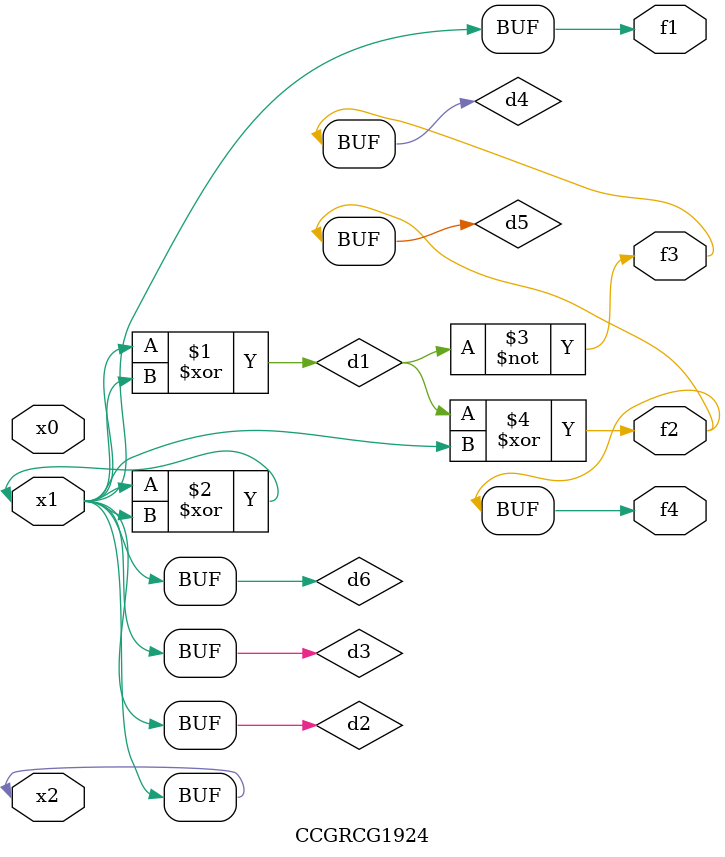
<source format=v>
module CCGRCG1924(
	input x0, x1, x2,
	output f1, f2, f3, f4
);

	wire d1, d2, d3, d4, d5, d6;

	xor (d1, x1, x2);
	buf (d2, x1, x2);
	xor (d3, x1, x2);
	nor (d4, d1);
	xor (d5, d1, d2);
	buf (d6, d2, d3);
	assign f1 = d6;
	assign f2 = d5;
	assign f3 = d4;
	assign f4 = d5;
endmodule

</source>
